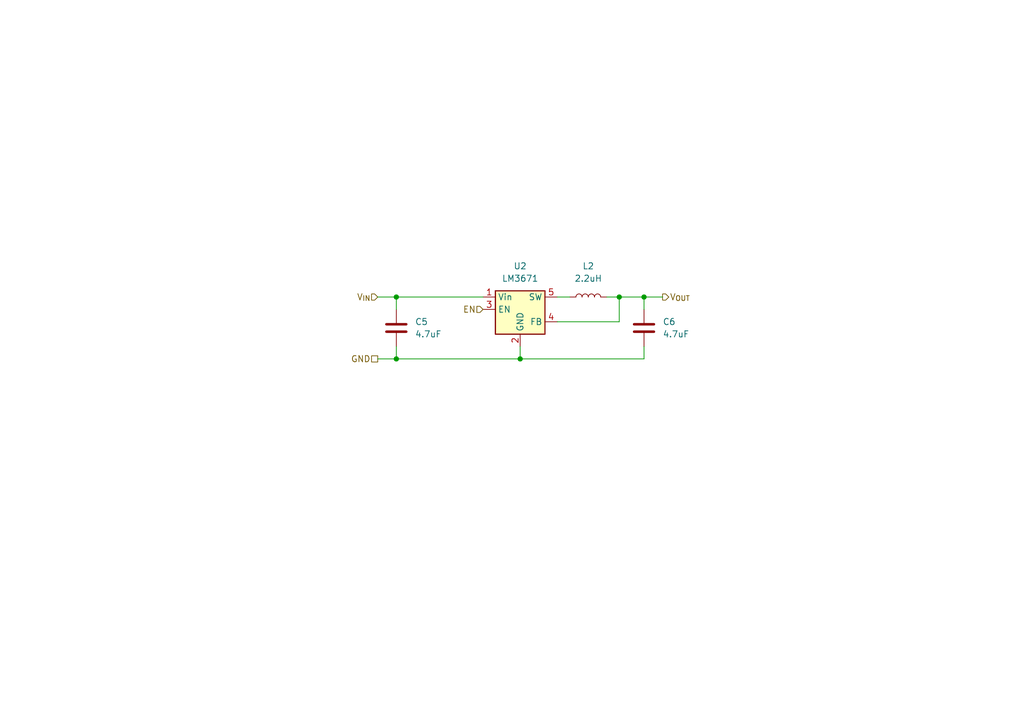
<source format=kicad_sch>
(kicad_sch (version 20211123) (generator eeschema)
  (paper "A5")
  (lib_symbols
    (symbol "Device:C" (pin_numbers hide) (pin_names (offset 0.254))
      (property "Reference" "C" (at 0.635 2.54 0))
      (property "Value" "C" (at 0.635 -2.54 0))
      (symbol "C_0_1"
        (polyline (pts (xy -2.032 -0.762) (xy 2.032 -0.762)) (stroke (width 0.508)))
        (polyline (pts (xy -2.032 0.762) (xy 2.032 0.762)) (stroke (width 0.508)))
      )
      (symbol "C_1_1"
        (pin passive line (at 0 3.81 270) (length 2.794) (name "~") (number "1"))
        (pin passive line (at 0 -3.81 90) (length 2.794) (name "~") (number "2"))
      )
    )
    (symbol "Device:L" (pin_numbers hide) (pin_names (offset 1.016) hide)
      (property "Reference" "L" (at -1.27 0 90))
      (property "Value" "L" (at 1.905 0 90))
      (symbol "L_0_1"
        (arc (start 0 -2.54) (mid 0.635 -1.905) (end 0 -1.27))
        (arc (start 0 -1.27) (mid 0.635 -0.635) (end 0 0))
        (arc (start 0 0) (mid 0.635 0.635) (end 0 1.27))
        (arc (start 0 1.27) (mid 0.635 1.905) (end 0 2.54))
      )
      (symbol "L_1_1"
        (pin passive line (at 0 3.81 270) (length 1.27) (name "1") (number "1"))
        (pin passive line (at 0 -3.81 90) (length 1.27) (name "2") (number "2"))
      )
    )
    (symbol "Regulator_Switching:LM3670MF"
      (property "Reference" "U" (at -5.08 5.08 0))
      (property "Value" "LM3670MF" (at 0 5.08 0))
      (symbol "LM3670MF_0_1"
        (rectangle (start -5.08 3.81) (end 5.08 -5.08) (stroke (width 0.254)) (fill (type background)))
      )
      (symbol "LM3670MF_1_1"
        (pin power_in line (at -7.62 2.54 0) (length 2.54) (name "Vin") (number "1"))
        (pin power_in line (at 0 -7.62 90) (length 2.54) (name "GND") (number "2"))
        (pin input line (at -7.62 0 0) (length 2.54) (name "EN") (number "3"))
        (pin input line (at 7.62 -2.54 180) (length 2.54) (name "FB") (number "4"))
        (pin input line (at 7.62 2.54 180) (length 2.54) (name "SW") (number "5"))
      )
    )
  )
  (junction (at 132.08 60.96))
  (junction (at 81.28 60.96))
  (junction (at 127 60.96))
  (junction (at 106.68 73.66))
  (junction (at 81.28 73.66))
  (wire (pts (xy 114.3 60.96) (xy 116.84 60.96)))
  (wire (pts (xy 127 66.04) (xy 127 60.96)))
  (wire (pts (xy 127 60.96) (xy 132.08 60.96)))
  (wire (pts (xy 77.47 60.96) (xy 81.28 60.96)))
  (wire (pts (xy 106.68 71.12) (xy 106.68 73.66)))
  (wire (pts (xy 132.08 60.96) (xy 132.08 63.5)))
  (wire (pts (xy 132.08 71.12) (xy 132.08 73.66)))
  (wire (pts (xy 81.28 73.66) (xy 81.28 71.12)))
  (wire (pts (xy 81.28 60.96) (xy 81.28 63.5)))
  (wire (pts (xy 132.08 73.66) (xy 106.68 73.66)))
  (wire (pts (xy 99.06 60.96) (xy 81.28 60.96)))
  (wire (pts (xy 106.68 73.66) (xy 81.28 73.66)))
  (wire (pts (xy 77.47 73.66) (xy 81.28 73.66)))
  (wire (pts (xy 124.46 60.96) (xy 127 60.96)))
  (wire (pts (xy 114.3 66.04) (xy 127 66.04)))
  (wire (pts (xy 132.08 60.96) (xy 135.89 60.96)))
  (hierarchical_label "V_{OUT}" (shape output) (at 135.89 60.96 0))
  (hierarchical_label "V_{IN}" (shape input) (at 77.47 60.96 180))
  (hierarchical_label "EN" (shape input) (at 99.06 63.5 180))
  (hierarchical_label "GND" (shape passive) (at 77.47 73.66 180))
  (symbol (lib_id "Device:C") (at 132.08 67.31 0) (unit 1)
    (property "Reference" "C6" (at 135.89 66.0399 0) (effects (justify left)))
    (property "Value" "4.7uF" (at 135.89 68.5799 0) (effects (justify left)))
    (property "Footprint" "Capacitor_SMD:C_0603_1608Metric" (effects hide))
  )
  (symbol (lib_id "Regulator_Switching:LM3670MF") (at 106.68 63.5 0) (unit 1)
    (property "Reference" "U2" (at 106.68 54.61 0))
    (property "Value" "LM3671" (at 106.68 57.15 0))
    (property "Footprint" "Package_TO_SOT_SMD:TSOT-23-5" (effects hide))
    (property "Datasheet" "http://www.ti.com/lit/ds/symlink/lm3670.pdf" (effects hide))
  )
  (symbol (lib_id "Device:C") (at 81.28 67.31 0) (unit 1)
    (property "Reference" "C5" (at 85.09 66.0399 0) (effects (justify left)))
    (property "Value" "4.7uF" (at 85.09 68.5799 0) (effects (justify left)))
    (property "Footprint" "Capacitor_SMD:C_0603_1608Metric" (effects hide))
  )
  (symbol (lib_id "Device:L") (at 120.65 60.96 90) (unit 1)
    (property "Reference" "L2" (at 120.65 54.61 90))
    (property "Value" "2.2uH" (at 120.65 57.15 90))
    (property "Footprint" "Inductor_SMD:L_0805_2012Metric" (effects hide))
  )
)
</source>
